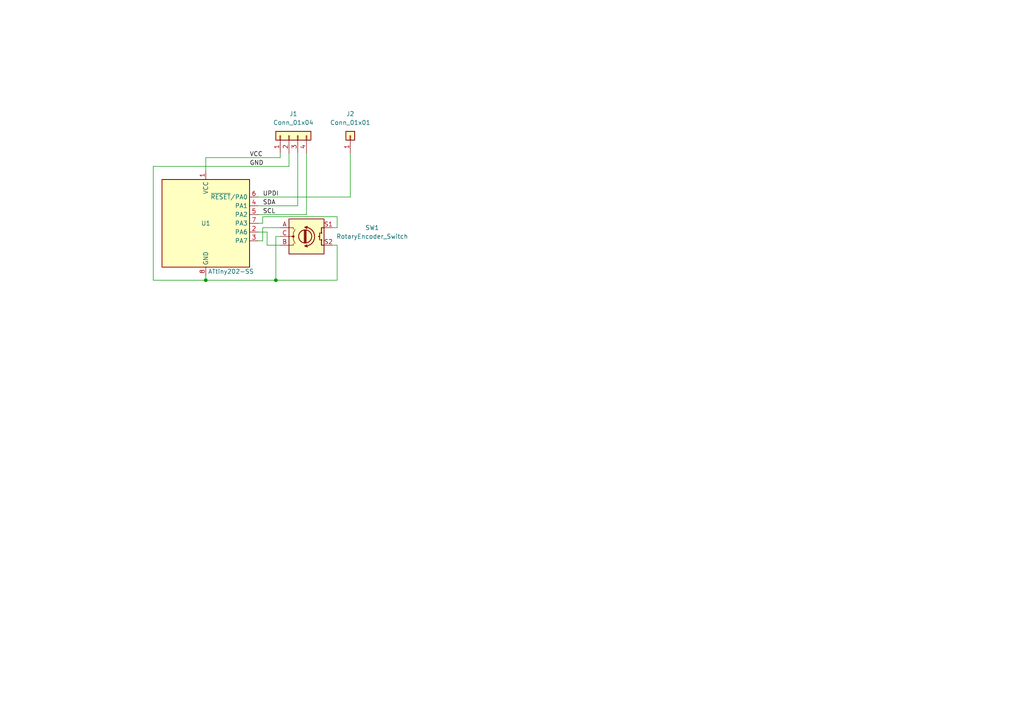
<source format=kicad_sch>
(kicad_sch (version 20211123) (generator eeschema)
  (paper "A4")
  (lib_symbols
    (symbol "Connector_Generic:Conn_01x01" (pin_names (offset 1.016) hide)
      (property "Reference" "J" (at 0 2.54 0))
      (property "Value" "Conn_01x01" (at 0 -2.54 0))
      (symbol "Conn_01x01_1_1"
        (rectangle (start -1.27 0.127) (end 0 -0.127) (stroke (width 0.1524)))
        (rectangle (start -1.27 1.27) (end 1.27 -1.27) (stroke (width 0.254)) (fill (type background)))
        (pin passive line (at -5.08 0 0) (length 3.81) (name "Pin_1") (number "1"))
      )
    )
    (symbol "Connector_Generic:Conn_01x04" (pin_names (offset 1.016) hide)
      (property "Reference" "J" (at 0 5.08 0))
      (property "Value" "Conn_01x04" (at 0 -7.62 0))
      (symbol "Conn_01x04_1_1"
        (rectangle (start -1.27 -4.953) (end 0 -5.207) (stroke (width 0.1524)))
        (rectangle (start -1.27 -2.413) (end 0 -2.667) (stroke (width 0.1524)))
        (rectangle (start -1.27 0.127) (end 0 -0.127) (stroke (width 0.1524)))
        (rectangle (start -1.27 2.667) (end 0 2.413) (stroke (width 0.1524)))
        (rectangle (start -1.27 3.81) (end 1.27 -6.35) (stroke (width 0.254)) (fill (type background)))
        (pin passive line (at -5.08 2.54 0) (length 3.81) (name "Pin_1") (number "1"))
        (pin passive line (at -5.08 0 0) (length 3.81) (name "Pin_2") (number "2"))
        (pin passive line (at -5.08 -2.54 0) (length 3.81) (name "Pin_3") (number "3"))
        (pin passive line (at -5.08 -5.08 0) (length 3.81) (name "Pin_4") (number "4"))
      )
    )
    (symbol "Device:RotaryEncoder_Switch" (pin_names (offset 0.254) hide)
      (property "Reference" "SW" (at 0 6.604 0))
      (property "Value" "RotaryEncoder_Switch" (at 0 -6.604 0))
      (symbol "RotaryEncoder_Switch_0_1"
        (rectangle (start -5.08 5.08) (end 5.08 -5.08) (stroke (width 0.254)) (fill (type background)))
        (circle (center -3.81 0) (radius 0.254) (fill (type outline)))
        (arc (start -0.381 -2.794) (mid 2.3622 -0.0508) (end -0.381 2.667) (stroke (width 0.254)))
        (circle (center -0.381 0) (radius 1.905) (stroke (width 0.254)))
        (polyline (pts (xy -0.635 -1.778) (xy -0.635 1.778)) (stroke (width 0.254)))
        (polyline (pts (xy -0.381 -1.778) (xy -0.381 1.778)) (stroke (width 0.254)))
        (polyline (pts (xy -0.127 1.778) (xy -0.127 -1.778)) (stroke (width 0.254)))
        (polyline (pts (xy 3.81 0) (xy 3.429 0)) (stroke (width 0.254)))
        (polyline (pts (xy 3.81 1.016) (xy 3.81 -1.016)) (stroke (width 0.254)))
        (polyline (pts (xy -5.08 -2.54) (xy -3.81 -2.54) (xy -3.81 -2.032)))
        (polyline (pts (xy -5.08 2.54) (xy -3.81 2.54) (xy -3.81 2.032)))
        (polyline (pts (xy 0.254 -3.048) (xy -0.508 -2.794) (xy 0.127 -2.413)) (stroke (width 0.254)))
        (polyline (pts (xy 0.254 2.921) (xy -0.508 2.667) (xy 0.127 2.286)) (stroke (width 0.254)))
        (polyline (pts (xy 5.08 -2.54) (xy 4.318 -2.54) (xy 4.318 -1.016)) (stroke (width 0.254)))
        (polyline (pts (xy 5.08 2.54) (xy 4.318 2.54) (xy 4.318 1.016)) (stroke (width 0.254)))
        (polyline (pts (xy -5.08 0) (xy -3.81 0) (xy -3.81 -1.016) (xy -3.302 -2.032)))
        (polyline (pts (xy -4.318 0) (xy -3.81 0) (xy -3.81 1.016) (xy -3.302 2.032)))
        (circle (center 4.318 -1.016) (radius 0.127) (stroke (width 0.254)))
        (circle (center 4.318 1.016) (radius 0.127) (stroke (width 0.254)))
      )
      (symbol "RotaryEncoder_Switch_1_1"
        (pin passive line (at -7.62 2.54 0) (length 2.54) (name "A") (number "A"))
        (pin passive line (at -7.62 -2.54 0) (length 2.54) (name "B") (number "B"))
        (pin passive line (at -7.62 0 0) (length 2.54) (name "C") (number "C"))
        (pin passive line (at 7.62 2.54 180) (length 2.54) (name "S1") (number "S1"))
        (pin passive line (at 7.62 -2.54 180) (length 2.54) (name "S2") (number "S2"))
      )
    )
    (symbol "MCU_Microchip_ATtiny:ATtiny202-SS"
      (property "Reference" "U" (at -12.7 13.97 0))
      (property "Value" "ATtiny202-SS" (at 2.54 -13.97 0))
      (symbol "ATtiny202-SS_0_1"
        (rectangle (start -12.7 -12.7) (end 12.7 12.7) (stroke (width 0.254)) (fill (type background)))
      )
      (symbol "ATtiny202-SS_1_1"
        (pin power_in line (at 0 15.24 270) (length 2.54) (name "VCC") (number "1"))
        (pin bidirectional line (at 15.24 -2.54 180) (length 2.54) (name "PA6") (number "2"))
        (pin bidirectional line (at 15.24 -5.08 180) (length 2.54) (name "PA7") (number "3"))
        (pin bidirectional line (at 15.24 5.08 180) (length 2.54) (name "PA1") (number "4"))
        (pin bidirectional line (at 15.24 2.54 180) (length 2.54) (name "PA2") (number "5"))
        (pin bidirectional line (at 15.24 7.62 180) (length 2.54) (name "~{RESET}/PA0") (number "6"))
        (pin bidirectional line (at 15.24 0 180) (length 2.54) (name "PA3") (number "7"))
        (pin power_in line (at 0 -15.24 90) (length 2.54) (name "GND") (number "8"))
      )
    )
  )
  (junction (at 59.69 81.28))
  (junction (at 80.01 81.28))
  (wire (pts (xy 83.82 44.45) (xy 83.82 48.26)))
  (wire (pts (xy 77.47 67.31) (xy 74.93 67.31)))
  (wire (pts (xy 101.6 57.15) (xy 74.93 57.15)))
  (wire (pts (xy 97.79 71.12) (xy 96.52 71.12)))
  (wire (pts (xy 76.2 66.04) (xy 76.2 69.85)))
  (wire (pts (xy 81.28 71.12) (xy 77.47 71.12)))
  (wire (pts (xy 86.36 44.45) (xy 86.36 59.69)))
  (wire (pts (xy 76.2 62.865) (xy 76.2 64.77)))
  (wire (pts (xy 81.28 45.72) (xy 81.28 44.45)))
  (wire (pts (xy 80.01 68.58) (xy 80.01 81.28)))
  (wire (pts (xy 44.45 48.26) (xy 44.45 81.28)))
  (wire (pts (xy 59.69 81.28) (xy 80.01 81.28)))
  (wire (pts (xy 80.01 81.28) (xy 97.79 81.28)))
  (wire (pts (xy 97.79 66.04) (xy 97.79 62.865)))
  (wire (pts (xy 74.93 59.69) (xy 86.36 59.69)))
  (wire (pts (xy 74.93 62.23) (xy 88.9 62.23)))
  (wire (pts (xy 81.28 66.04) (xy 76.2 66.04)))
  (wire (pts (xy 97.79 71.12) (xy 97.79 81.28)))
  (wire (pts (xy 77.47 71.12) (xy 77.47 67.31)))
  (wire (pts (xy 101.6 44.45) (xy 101.6 57.15)))
  (wire (pts (xy 59.69 45.72) (xy 81.28 45.72)))
  (wire (pts (xy 74.93 64.77) (xy 76.2 64.77)))
  (wire (pts (xy 96.52 66.04) (xy 97.79 66.04)))
  (wire (pts (xy 97.79 62.865) (xy 76.2 62.865)))
  (wire (pts (xy 44.45 81.28) (xy 59.69 81.28)))
  (wire (pts (xy 59.69 49.53) (xy 59.69 45.72)))
  (wire (pts (xy 83.82 48.26) (xy 44.45 48.26)))
  (wire (pts (xy 88.9 62.23) (xy 88.9 44.45)))
  (wire (pts (xy 59.69 81.28) (xy 59.69 80.01)))
  (wire (pts (xy 81.28 68.58) (xy 80.01 68.58)))
  (wire (pts (xy 76.2 69.85) (xy 74.93 69.85)))
  (label "SDA" (at 76.2 59.69 0))
  (label "VCC" (at 72.39 45.72 0))
  (label "SCL" (at 76.2 62.23 0))
  (label "UPDI" (at 76.2 57.15 0))
  (label "GND" (at 72.39 48.26 0))
  (symbol (lib_id "Connector_Generic:Conn_01x04") (at 83.82 39.37 90) (unit 1)
    (property "Reference" "J1" (at 85.09 33.02 90))
    (property "Value" "Conn_01x04" (at 85.09 35.56 90))
    (property "Footprint" "Connector_PinHeader_2.54mm:PinHeader_1x04_P2.54mm_Vertical" (effects hide))
  )
  (symbol (lib_id "Connector_Generic:Conn_01x01") (at 101.6 39.37 90) (unit 1)
    (property "Reference" "J2" (at 101.6 33.02 90))
    (property "Value" "Conn_01x01" (at 101.6 35.56 90))
    (property "Footprint" "Connector_PinHeader_2.54mm:PinHeader_1x01_P2.54mm_Vertical" (effects hide))
  )
  (symbol (lib_id "MCU_Microchip_ATtiny:ATtiny202-SS") (at 59.69 64.77 0) (unit 1)
    (property "Reference" "U1" (at 59.69 64.77 0))
    (property "Value" "ATtiny202-SS" (at 73.66 78.74 0) (effects (justify right)))
    (property "Footprint" "Package_SO:SOIC-8_3.9x4.9mm_P1.27mm" (effects hide))
    (property "Datasheet" "http://ww1.microchip.com/downloads/en/DeviceDoc/ATtiny202-402-AVR-MCU-with-Core-Independent-Peripherals_and-picoPower-40001969A.pdf" (effects hide))
  )
  (symbol (lib_id "Device:RotaryEncoder_Switch") (at 88.9 68.58 0) (unit 1)
    (property "Reference" "SW1" (at 107.95 66.04 0))
    (property "Value" "RotaryEncoder_Switch" (at 107.95 68.58 0))
    (property "Footprint" "Rotary_Encoder:RotaryEncoder_Alps_EC11E-Switch_Vertical_H20mm" (effects hide))
  )
)
</source>
